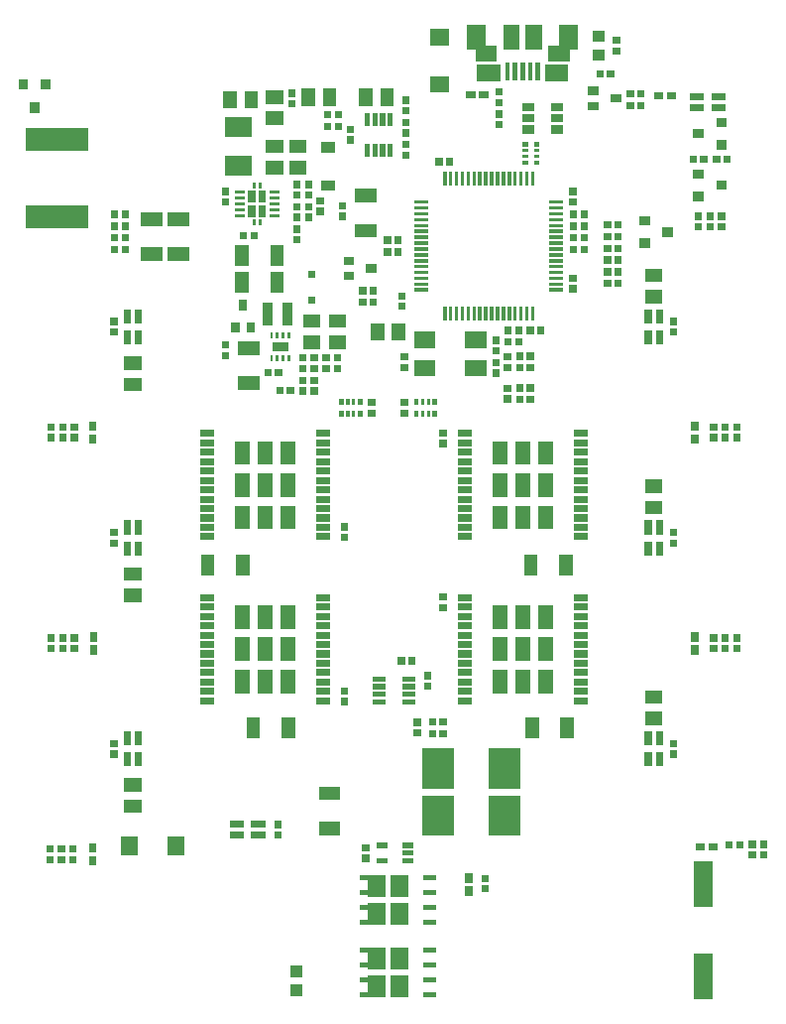
<source format=gbr>
G04 start of page 14 for group -4015 idx -4015 *
G04 Title: (unknown), toppaste *
G04 Creator: pcb 1.99z *
G04 CreationDate: Tue 11 Feb 2014 00:02:27 GMT UTC *
G04 For: rbarlow *
G04 Format: Gerber/RS-274X *
G04 PCB-Dimensions (mm): 85.00 105.00 *
G04 PCB-Coordinate-Origin: lower left *
%MOMM*%
%FSLAX43Y43*%
%LNTOPPASTE*%
%ADD228R,0.850X0.850*%
%ADD227R,0.650X0.650*%
%ADD226R,0.250X0.250*%
%ADD225R,1.650X1.650*%
%ADD224R,0.910X0.910*%
%ADD223R,1.500X1.500*%
%ADD222R,0.450X0.450*%
%ADD221R,1.460X1.460*%
%ADD220R,1.350X1.350*%
%ADD219R,1.625X1.625*%
%ADD218R,1.375X1.375*%
%ADD217R,1.300X1.300*%
%ADD216R,0.300X0.300*%
%ADD215R,0.400X0.400*%
%ADD214R,0.700X0.700*%
%ADD213R,2.000X2.000*%
%ADD212R,1.400X1.400*%
%ADD211R,0.950X0.950*%
%ADD210R,1.600X1.600*%
%ADD209R,2.700X2.700*%
%ADD208R,0.800X0.800*%
%ADD207R,1.150X1.150*%
%ADD206R,0.600X0.600*%
%ADD205R,0.620X0.620*%
G54D205*X58749Y75600D02*X58751D01*
X57849D02*X57851D01*
G54D206*X50050Y88800D02*X50250D01*
X48950D02*X49150D01*
G54D205*X43500Y88351D02*Y88349D01*
Y87451D02*Y87449D01*
X66400Y33451D02*Y33449D01*
Y32551D02*Y32549D01*
G54D207*X26600Y49025D02*Y48375D01*
X29600Y49025D02*Y48375D01*
G54D205*X38300Y51951D02*Y51949D01*
Y51051D02*Y51049D01*
G54D207*X57200Y49025D02*Y48375D01*
X54200Y49025D02*Y48375D01*
G54D205*X32600Y25651D02*Y25649D01*
Y26551D02*Y26549D01*
G54D207*X36675Y26200D02*X37325D01*
X36675Y29200D02*X37325D01*
G54D206*X48900Y22050D02*Y21850D01*
Y20950D02*Y20750D01*
G54D205*X43149Y40500D02*X43151D01*
X44049D02*X44051D01*
X50300Y21051D02*Y21049D01*
Y21951D02*Y21949D01*
G54D208*X12750Y89750D02*Y89650D01*
X10850Y89750D02*Y89650D01*
X11800Y87750D02*Y87650D01*
G54D209*X46275Y27675D02*Y26925D01*
X51925Y27675D02*Y26925D01*
X46275Y31675D02*Y30925D01*
X51925Y31675D02*Y30925D01*
G54D210*X68900Y22600D02*Y20300D01*
Y14700D02*Y12400D01*
G54D211*X34175Y14000D02*X34225D01*
X34175Y12400D02*X34225D01*
G54D212*X23900Y24820D02*Y24580D01*
X19900Y24820D02*Y24580D01*
G54D205*X66400Y69451D02*Y69449D01*
Y68551D02*Y68549D01*
G54D207*X64550Y71600D02*X64850D01*
X64550Y73400D02*X64850D01*
G54D205*X66400Y51451D02*Y51449D01*
Y50551D02*Y50549D01*
X18600Y32551D02*Y32549D01*
Y33451D02*Y33449D01*
G54D213*X12050Y85000D02*X15350D01*
X12050Y78400D02*X15350D01*
G54D207*X21475Y78200D02*X22125D01*
X21475Y75200D02*X22125D01*
G54D205*X38100Y78451D02*Y78449D01*
Y79351D02*Y79349D01*
G54D212*X46280Y89700D02*X46520D01*
X46280Y93700D02*X46520D01*
G54D205*X51500Y88151D02*Y88149D01*
Y89051D02*Y89049D01*
G54D214*X56250Y85850D02*X56550D01*
X56250Y86800D02*X56550D01*
X56250Y87750D02*X56550D01*
X53850D02*X54150D01*
X53850Y86800D02*X54150D01*
X53850Y85850D02*X54150D01*
G54D215*X53650Y84600D02*X53750D01*
G54D216*X53600Y84050D02*X53800D01*
X53600Y83550D02*X53800D01*
G54D215*X53650Y83000D02*X53750D01*
X54650Y84600D02*X54750D01*
G54D216*X54600Y84050D02*X54800D01*
X54600Y83550D02*X54800D01*
G54D215*X54650Y83000D02*X54750D01*
X46000Y62650D02*Y62550D01*
G54D216*X45450Y62700D02*Y62500D01*
X44950Y62700D02*Y62500D01*
G54D215*X44400Y62650D02*Y62550D01*
X46000Y61650D02*Y61550D01*
G54D216*X45450Y61700D02*Y61500D01*
X44950Y61700D02*Y61500D01*
G54D215*X44400Y61650D02*Y61550D01*
X39600Y62650D02*Y62550D01*
G54D216*X39050Y62700D02*Y62500D01*
X38550Y62700D02*Y62500D01*
G54D215*X38000Y62650D02*Y62550D01*
X39600Y61650D02*Y61550D01*
G54D216*X39050Y61700D02*Y61500D01*
X38550Y61700D02*Y61500D01*
G54D215*X38000Y61650D02*Y61550D01*
G54D206*X16850Y42650D02*Y42450D01*
Y41550D02*Y41350D01*
X16800Y60650D02*Y60450D01*
Y59550D02*Y59350D01*
X68200Y60650D02*Y60450D01*
Y59550D02*Y59350D01*
Y42650D02*Y42450D01*
Y41550D02*Y41350D01*
X16800Y24650D02*Y24450D01*
Y23550D02*Y23350D01*
X69650Y24600D02*X69850D01*
X68550D02*X68750D01*
G54D205*X40600Y61651D02*Y61649D01*
Y62551D02*Y62549D01*
X43400Y61651D02*Y61649D01*
Y62551D02*Y62549D01*
X18600Y50551D02*Y50549D01*
Y51451D02*Y51449D01*
Y68551D02*Y68549D01*
Y69451D02*Y69449D01*
G54D207*X20050Y65900D02*X20350D01*
X20050Y64100D02*X20350D01*
G54D206*X30600Y26575D02*X31200D01*
X28800D02*X29400D01*
X28800Y25625D02*X29400D01*
X30600D02*X31200D01*
G54D205*X43500Y86451D02*Y86449D01*
Y85551D02*Y85549D01*
G54D214*X59450Y89150D02*X59650D01*
X59450Y87850D02*X59650D01*
X61350Y88500D02*X61550D01*
G54D205*X51500Y86251D02*Y86249D01*
Y87151D02*Y87149D01*
G54D206*X19725Y52200D02*Y51600D01*
Y50400D02*Y49800D01*
X20675Y50400D02*Y49800D01*
Y52200D02*Y51600D01*
X19725Y70200D02*Y69600D01*
Y68400D02*Y67800D01*
X20675Y68400D02*Y67800D01*
Y70200D02*Y69600D01*
X64225Y70200D02*Y69600D01*
Y68400D02*Y67800D01*
X65175Y68400D02*Y67800D01*
Y70200D02*Y69600D01*
G54D205*X46700Y59051D02*Y59049D01*
Y59951D02*Y59949D01*
G54D207*X30500Y35125D02*Y34475D01*
X33500Y35125D02*Y34475D01*
G54D205*X38300Y37951D02*Y37949D01*
Y37051D02*Y37049D01*
G54D207*X57300Y35125D02*Y34475D01*
X54300Y35125D02*Y34475D01*
G54D205*X46700Y45051D02*Y45049D01*
Y45951D02*Y45949D01*
G54D206*X48267Y45900D02*X48867D01*
X48267Y45100D02*X48867D01*
X48267Y44300D02*X48867D01*
X48267Y43500D02*X48867D01*
X48267Y42700D02*X48867D01*
X48267Y41900D02*X48867D01*
X48267Y41100D02*X48867D01*
X48267Y40300D02*X48867D01*
X48267Y39500D02*X48867D01*
X48267Y38700D02*X48867D01*
X48267Y37900D02*X48867D01*
X48267Y37100D02*X48867D01*
X58133D02*X58733D01*
X58133Y37900D02*X58733D01*
X58133Y38700D02*X58733D01*
X58133Y39500D02*X58733D01*
X58133Y40300D02*X58733D01*
X58133Y41100D02*X58733D01*
X58133Y41900D02*X58733D01*
X58133Y42700D02*X58733D01*
X58133Y43500D02*X58733D01*
X58133Y44300D02*X58733D01*
X58133Y45100D02*X58733D01*
X58133Y45900D02*X58733D01*
G54D217*X51550Y44600D02*Y43900D01*
Y41850D02*Y41150D01*
Y39100D02*Y38400D01*
X53500Y44600D02*Y43900D01*
Y41850D02*Y41150D01*
Y39100D02*Y38400D01*
X55450Y44600D02*Y43900D01*
Y41850D02*Y41150D01*
Y39100D02*Y38400D01*
G54D206*X36133Y51100D02*X36733D01*
X36133Y51900D02*X36733D01*
X36133Y52700D02*X36733D01*
X36133Y53500D02*X36733D01*
X36133Y54300D02*X36733D01*
X36133Y55100D02*X36733D01*
X36133Y55900D02*X36733D01*
X36133Y56700D02*X36733D01*
X36133Y57500D02*X36733D01*
X36133Y58300D02*X36733D01*
X36133Y59100D02*X36733D01*
X36133Y59900D02*X36733D01*
X26267D02*X26867D01*
X26267Y59100D02*X26867D01*
X26267Y58300D02*X26867D01*
X26267Y57500D02*X26867D01*
X26267Y56700D02*X26867D01*
X26267Y55900D02*X26867D01*
X26267Y55100D02*X26867D01*
X26267Y54300D02*X26867D01*
X26267Y53500D02*X26867D01*
X26267Y52700D02*X26867D01*
X26267Y51900D02*X26867D01*
X26267Y51100D02*X26867D01*
G54D217*X33450Y53100D02*Y52400D01*
Y55850D02*Y55150D01*
Y58600D02*Y57900D01*
X31500Y53100D02*Y52400D01*
Y55850D02*Y55150D01*
Y58600D02*Y57900D01*
X29550Y53100D02*Y52400D01*
Y55850D02*Y55150D01*
Y58600D02*Y57900D01*
G54D206*X48267Y59900D02*X48867D01*
X48267Y59100D02*X48867D01*
X48267Y58300D02*X48867D01*
X48267Y57500D02*X48867D01*
X48267Y56700D02*X48867D01*
X48267Y55900D02*X48867D01*
X48267Y55100D02*X48867D01*
X48267Y54300D02*X48867D01*
X48267Y53500D02*X48867D01*
X48267Y52700D02*X48867D01*
X48267Y51900D02*X48867D01*
X48267Y51100D02*X48867D01*
X58133D02*X58733D01*
X58133Y51900D02*X58733D01*
X58133Y52700D02*X58733D01*
X58133Y53500D02*X58733D01*
X58133Y54300D02*X58733D01*
X58133Y55100D02*X58733D01*
X58133Y55900D02*X58733D01*
X58133Y56700D02*X58733D01*
X58133Y57500D02*X58733D01*
X58133Y58300D02*X58733D01*
X58133Y59100D02*X58733D01*
X58133Y59900D02*X58733D01*
G54D217*X51550Y58600D02*Y57900D01*
Y55850D02*Y55150D01*
Y53100D02*Y52400D01*
X53500Y58600D02*Y57900D01*
Y55850D02*Y55150D01*
Y53100D02*Y52400D01*
X55450Y58600D02*Y57900D01*
Y55850D02*Y55150D01*
Y53100D02*Y52400D01*
G54D206*X36133Y37100D02*X36733D01*
X36133Y37900D02*X36733D01*
X36133Y38700D02*X36733D01*
X36133Y39500D02*X36733D01*
X36133Y40300D02*X36733D01*
X36133Y41100D02*X36733D01*
X36133Y41900D02*X36733D01*
X36133Y42700D02*X36733D01*
X36133Y43500D02*X36733D01*
X36133Y44300D02*X36733D01*
X36133Y45100D02*X36733D01*
X36133Y45900D02*X36733D01*
X26267D02*X26867D01*
X26267Y45100D02*X26867D01*
X26267Y44300D02*X26867D01*
X26267Y43500D02*X26867D01*
X26267Y42700D02*X26867D01*
X26267Y41900D02*X26867D01*
X26267Y41100D02*X26867D01*
X26267Y40300D02*X26867D01*
X26267Y39500D02*X26867D01*
X26267Y38700D02*X26867D01*
X26267Y37900D02*X26867D01*
X26267Y37100D02*X26867D01*
G54D217*X33450Y39100D02*Y38400D01*
Y41850D02*Y41150D01*
Y44600D02*Y43900D01*
X31500Y39100D02*Y38400D01*
Y41850D02*Y41150D01*
Y44600D02*Y43900D01*
X29550Y39100D02*Y38400D01*
Y41850D02*Y41150D01*
Y44600D02*Y43900D01*
G54D218*X54437Y94113D02*Y93387D01*
X52563Y94113D02*Y93387D01*
G54D219*X57437Y93988D02*Y93513D01*
X49563Y93988D02*Y93513D01*
G54D220*X56387Y92325D02*X56862D01*
X50138D02*X50613D01*
G54D221*X56130Y90670D02*X56670D01*
X50330D02*X50870D01*
G54D215*X52200Y91400D02*Y90200D01*
X52850Y91400D02*Y90200D01*
X53500Y91400D02*Y90200D01*
X54150Y91400D02*Y90200D01*
X54800Y91400D02*Y90200D01*
G54D207*X64550Y35600D02*X64850D01*
X64550Y37400D02*X64850D01*
X64550Y53600D02*X64850D01*
X64550Y55400D02*X64850D01*
G54D206*X64225Y52200D02*Y51600D01*
Y50400D02*Y49800D01*
X65175Y50400D02*Y49800D01*
Y52200D02*Y51600D01*
X64225Y34200D02*Y33600D01*
Y32400D02*Y31800D01*
X65175Y32400D02*Y31800D01*
Y34200D02*Y33600D01*
G54D207*X20050Y29900D02*X20350D01*
X20050Y28100D02*X20350D01*
G54D206*X19725Y34200D02*Y33600D01*
Y32400D02*Y31800D01*
X20675Y32400D02*Y31800D01*
Y34200D02*Y33600D01*
G54D207*X20050Y47900D02*X20350D01*
X20050Y46100D02*X20350D01*
G54D222*X45230Y11995D02*X45860D01*
X45230Y13265D02*X45860D01*
X45230Y14535D02*X45860D01*
X45230Y15805D02*X45860D01*
X39805D02*X40355D01*
X39805Y14535D02*X40355D01*
X39805Y13265D02*X40355D01*
X39805Y11995D02*X40355D01*
G54D223*X42995Y12900D02*Y12530D01*
Y15270D02*Y14900D01*
X40995Y12900D02*Y12530D01*
Y15270D02*Y14900D01*
G54D222*X45230Y18195D02*X45860D01*
X45230Y19465D02*X45860D01*
X45230Y20735D02*X45860D01*
X45230Y22005D02*X45860D01*
X39805D02*X40355D01*
X39805Y20735D02*X40355D01*
X39805Y19465D02*X40355D01*
X39805Y18195D02*X40355D01*
G54D223*X42995Y19100D02*Y18730D01*
Y21470D02*Y21100D01*
X40995Y19100D02*Y18730D01*
Y21470D02*Y21100D01*
G54D207*X32150Y86800D02*X32450D01*
X32150Y88600D02*X32450D01*
G54D205*X33800Y88951D02*Y88949D01*
Y88051D02*Y88049D01*
G54D207*X41900Y88750D02*Y88450D01*
X40100Y88750D02*Y88450D01*
X28500Y88550D02*Y88250D01*
X30300Y88550D02*Y88250D01*
G54D205*X43500Y83651D02*Y83649D01*
Y84551D02*Y84549D01*
X38800Y85851D02*Y85849D01*
Y84951D02*Y84949D01*
X37749Y87100D02*X37751D01*
X36849D02*X36851D01*
X37749Y86100D02*X37751D01*
X36849D02*X36851D01*
G54D222*X40225Y84425D02*Y83775D01*
X40875Y84425D02*Y83775D01*
X41525Y84425D02*Y83775D01*
X42175Y84425D02*Y83775D01*
X40225Y87025D02*Y86375D01*
X40875Y87025D02*Y86375D01*
X41525Y87025D02*Y86375D01*
X42175Y87025D02*Y86375D01*
G54D207*X37000Y88750D02*Y88450D01*
X35200Y88750D02*Y88450D01*
G54D224*X36745Y84335D02*X37055D01*
X36745Y81065D02*X37055D01*
G54D225*X28875Y82750D02*X29525D01*
X28875Y86050D02*X29525D01*
G54D205*X36200Y79751D02*Y79749D01*
Y78851D02*Y78849D01*
X35200Y81151D02*Y81149D01*
Y80251D02*Y80249D01*
Y79251D02*Y79249D01*
Y78351D02*Y78349D01*
G54D207*X32150Y82600D02*X32450D01*
X32150Y84400D02*X32450D01*
X32500Y75425D02*Y74775D01*
X29500Y75425D02*Y74775D01*
G54D205*X34200Y78351D02*Y78349D01*
Y79251D02*Y79249D01*
X28100Y79651D02*Y79649D01*
Y80551D02*Y80549D01*
X34200Y81151D02*Y81149D01*
Y80251D02*Y80249D01*
G54D207*X34150Y82600D02*X34450D01*
X34150Y84400D02*X34450D01*
G54D205*X30549Y76800D02*X30551D01*
X29649D02*X29651D01*
G54D226*X31975Y78500D02*X32575D01*
X31975Y79000D02*X32575D01*
X31975Y79500D02*X32575D01*
X31975Y80000D02*X32575D01*
X31975Y80500D02*X32575D01*
X29025Y78500D02*X29625D01*
X29025Y79000D02*X29625D01*
X29025Y79500D02*X29625D01*
X29025Y80000D02*X29625D01*
X29025Y80500D02*X29625D01*
G54D227*X31250Y79050D02*Y78700D01*
X30350Y79050D02*Y78700D01*
X31250Y80300D02*Y79950D01*
X30350Y80300D02*Y79950D01*
G54D226*X31050Y78025D02*Y77775D01*
X30550Y78025D02*Y77775D01*
X31050Y81225D02*Y80975D01*
X30550Y81225D02*Y80975D01*
G54D205*X34200Y77351D02*Y77349D01*
Y76451D02*Y76449D01*
G54D207*X32500Y73125D02*Y72475D01*
X29500Y73125D02*Y72475D01*
G54D222*X43475Y37000D02*X44125D01*
X43475Y37650D02*X44125D01*
X43475Y38300D02*X44125D01*
X43475Y38950D02*X44125D01*
X40875Y37000D02*X41525D01*
X40875Y37650D02*X41525D01*
X40875Y38300D02*X41525D01*
X40875Y38950D02*X41525D01*
G54D205*X45400Y38351D02*Y38349D01*
Y39251D02*Y39249D01*
X44500Y34351D02*Y34349D01*
Y35251D02*Y35249D01*
X45799Y34300D02*X45801D01*
X46699D02*X46701D01*
X45799Y35300D02*X45801D01*
X46699D02*X46701D01*
G54D228*X31725Y70675D02*Y69525D01*
X33375Y70675D02*Y69525D01*
G54D205*X37700Y65451D02*Y65449D01*
Y66351D02*Y66349D01*
X35700Y66351D02*Y66349D01*
Y65451D02*Y65449D01*
X36700Y65451D02*Y65449D01*
Y66351D02*Y66349D01*
G54D207*X35350Y67700D02*X35650D01*
X35350Y69500D02*X35650D01*
X29775Y67200D02*X30425D01*
X29775Y64200D02*X30425D01*
X37550Y67700D02*X37850D01*
X37550Y69500D02*X37850D01*
G54D205*X31749Y65100D02*X31751D01*
X32649D02*X32651D01*
G54D206*X35500Y71301D02*Y71299D01*
Y73501D02*Y73499D01*
G54D226*X32050Y66475D02*Y66225D01*
X32550Y66475D02*Y66225D01*
X33050Y66475D02*Y66225D01*
X33550Y66475D02*Y66225D01*
X32050Y68375D02*Y68125D01*
X32550Y68375D02*Y68125D01*
X33050Y68375D02*Y68125D01*
X33550Y68375D02*Y68125D01*
G54D214*X32500Y67300D02*X33100D01*
G54D205*X61500Y92551D02*Y92549D01*
Y93451D02*Y93449D01*
G54D211*X59975Y92200D02*X60025D01*
X59975Y93800D02*X60025D01*
G54D205*X40100Y23651D02*Y23649D01*
Y24551D02*Y24549D01*
G54D222*X43450Y23450D02*X43950D01*
X43450Y24100D02*X43950D01*
X43450Y24750D02*X43950D01*
X41250Y23450D02*X41750D01*
X41250Y24750D02*X41750D01*
G54D205*X47249Y83100D02*X47251D01*
X46349D02*X46351D01*
X72049Y24800D02*X72051D01*
X71149D02*X71151D01*
X74100Y23951D02*Y23949D01*
Y24851D02*Y24849D01*
X73100Y23951D02*Y23949D01*
Y24851D02*Y24849D01*
X13100Y24451D02*Y24449D01*
Y23551D02*Y23549D01*
X14100Y24451D02*Y24449D01*
Y23551D02*Y23549D01*
X15100Y23551D02*Y23549D01*
Y24451D02*Y24449D01*
X71800Y60451D02*Y60449D01*
Y59551D02*Y59549D01*
X70800Y60451D02*Y60449D01*
Y59551D02*Y59549D01*
X69800Y59551D02*Y59549D01*
Y60451D02*Y60449D01*
X13200Y42451D02*Y42449D01*
Y41551D02*Y41549D01*
X14200Y42451D02*Y42449D01*
Y41551D02*Y41549D01*
X15200Y41551D02*Y41549D01*
Y42451D02*Y42449D01*
X13200Y60451D02*Y60449D01*
Y59551D02*Y59549D01*
X14200Y60451D02*Y60449D01*
Y59551D02*Y59549D01*
X15200Y59551D02*Y59549D01*
Y60451D02*Y60449D01*
G54D207*X23775Y78200D02*X24425D01*
X23775Y75200D02*X24425D01*
G54D205*X71800Y42451D02*Y42449D01*
Y41551D02*Y41549D01*
X70800Y42451D02*Y42449D01*
Y41551D02*Y41549D01*
X69800Y41551D02*Y41549D01*
Y42451D02*Y42449D01*
X58749Y78600D02*X58751D01*
X57849D02*X57851D01*
X58749Y77600D02*X58751D01*
X57849D02*X57851D01*
X58749Y76600D02*X58751D01*
X57849D02*X57851D01*
X60749Y73700D02*X60751D01*
X61649D02*X61651D01*
X70049Y83300D02*X70051D01*
X70949D02*X70951D01*
X68049D02*X68051D01*
X68949D02*X68951D01*
X43400Y66451D02*Y66449D01*
Y65551D02*Y65549D01*
X51200Y65051D02*Y65049D01*
Y65951D02*Y65949D01*
G54D212*X49300Y67900D02*X49700D01*
X44900D02*X45300D01*
X44900Y65500D02*X45300D01*
X49300D02*X49700D01*
G54D207*X41100Y68750D02*Y68450D01*
X42900Y68750D02*Y68450D01*
G54D216*X46850Y70600D02*Y69700D01*
X47350Y70600D02*Y69700D01*
X47850Y70600D02*Y69700D01*
X48350Y70600D02*Y69700D01*
X48850Y70600D02*Y69700D01*
X49350Y70600D02*Y69700D01*
X49850Y70600D02*Y69700D01*
X50350Y70600D02*Y69700D01*
X50850Y70600D02*Y69700D01*
X51350Y70600D02*Y69700D01*
X51850Y70600D02*Y69700D01*
X52350Y70600D02*Y69700D01*
X52850Y70600D02*Y69700D01*
X53350Y70600D02*Y69700D01*
X53850Y70600D02*Y69700D01*
X54350Y70600D02*Y69700D01*
X55900Y72150D02*X56800D01*
X55900Y72650D02*X56800D01*
X55900Y73150D02*X56800D01*
X55900Y73650D02*X56800D01*
X55900Y74150D02*X56800D01*
X55900Y74650D02*X56800D01*
X55900Y75150D02*X56800D01*
X55900Y75650D02*X56800D01*
X55900Y76150D02*X56800D01*
X55900Y76650D02*X56800D01*
X55900Y77150D02*X56800D01*
X55900Y77650D02*X56800D01*
X55900Y78150D02*X56800D01*
X55900Y78650D02*X56800D01*
X55900Y79150D02*X56800D01*
X55900Y79650D02*X56800D01*
X54350Y82100D02*Y81200D01*
X53850Y82100D02*Y81200D01*
X53350Y82100D02*Y81200D01*
X52850Y82100D02*Y81200D01*
X52350Y82100D02*Y81200D01*
X51850Y82100D02*Y81200D01*
X51350Y82100D02*Y81200D01*
X50850Y82100D02*Y81200D01*
X50350Y82100D02*Y81200D01*
X49850Y82100D02*Y81200D01*
X49350Y82100D02*Y81200D01*
X48850Y82100D02*Y81200D01*
X48350Y82100D02*Y81200D01*
X47850Y82100D02*Y81200D01*
X47350Y82100D02*Y81200D01*
X46850Y82100D02*Y81200D01*
X44400Y79650D02*X45300D01*
X44400Y79150D02*X45300D01*
X44400Y78650D02*X45300D01*
X44400Y78150D02*X45300D01*
X44400Y77650D02*X45300D01*
X44400Y77150D02*X45300D01*
X44400Y76650D02*X45300D01*
X44400Y76150D02*X45300D01*
X44400Y75650D02*X45300D01*
X44400Y75150D02*X45300D01*
X44400Y74650D02*X45300D01*
X44400Y74150D02*X45300D01*
X44400Y73650D02*X45300D01*
X44400Y73150D02*X45300D01*
X44400Y72650D02*X45300D01*
X44400Y72150D02*X45300D01*
G54D205*X55049Y68700D02*X55051D01*
X54149D02*X54151D01*
X52249Y67700D02*X52251D01*
X53149D02*X53151D01*
X52249Y68700D02*X52251D01*
X53149D02*X53151D01*
X43200Y71651D02*Y71649D01*
Y70751D02*Y70749D01*
X57800Y72251D02*Y72249D01*
Y73151D02*Y73149D01*
Y79651D02*Y79649D01*
Y80551D02*Y80549D01*
X42849Y75400D02*X42851D01*
X41949D02*X41951D01*
X42849Y76400D02*X42851D01*
X41949D02*X41951D01*
X53249Y62800D02*X53251D01*
X54149D02*X54151D01*
X54149Y63800D02*X54151D01*
X53249D02*X53251D01*
X52200Y62851D02*Y62849D01*
Y63751D02*Y63749D01*
X53249Y66500D02*X53251D01*
X54149D02*X54151D01*
X54149Y65500D02*X54151D01*
X53249D02*X53251D01*
X52200Y66451D02*Y66449D01*
Y65551D02*Y65549D01*
X39849Y71100D02*X39851D01*
X40749D02*X40751D01*
G54D207*X39775Y77200D02*X40425D01*
X39775Y80200D02*X40425D01*
G54D205*X39849Y72100D02*X39851D01*
X40749D02*X40751D01*
G54D214*X38550Y74650D02*X38750D01*
X38550Y73350D02*X38750D01*
X40450Y74000D02*X40650D01*
G54D205*X61649Y72700D02*X61651D01*
X60749D02*X60751D01*
X35700Y64451D02*Y64449D01*
Y63551D02*Y63549D01*
X34700Y66351D02*Y66349D01*
Y65451D02*Y65449D01*
Y64451D02*Y64449D01*
Y63551D02*Y63549D01*
X33649Y63600D02*X33651D01*
X32749D02*X32751D01*
X19549Y78600D02*X19551D01*
X18649D02*X18651D01*
X18649Y76600D02*X18651D01*
X19549D02*X19551D01*
X18649Y75600D02*X18651D01*
X19549D02*X19551D01*
X18649Y77600D02*X18651D01*
X19549D02*X19551D01*
X28100Y67451D02*Y67449D01*
Y66551D02*Y66549D01*
G54D214*X28950Y69050D02*Y68850D01*
X30250Y69050D02*Y68850D01*
X29600Y70950D02*Y70750D01*
G54D206*X69900Y88675D02*X70500D01*
X68100D02*X68700D01*
X68100Y87725D02*X68700D01*
X69900D02*X70500D01*
X66100Y88750D02*X66300D01*
X65000D02*X65200D01*
G54D208*X63850Y78050D02*X63950D01*
X63850Y76150D02*X63950D01*
X65850Y77100D02*X65950D01*
X70450Y84550D02*X70550D01*
X70450Y86450D02*X70550D01*
X68450Y85500D02*X68550D01*
X68450Y82050D02*X68550D01*
X68450Y80150D02*X68550D01*
X70450Y81100D02*X70550D01*
G54D205*X60099Y90600D02*X60101D01*
X60999D02*X61001D01*
X68500Y77551D02*Y77549D01*
Y78451D02*Y78449D01*
X69500Y77551D02*Y77549D01*
Y78451D02*Y78449D01*
X70500Y77551D02*Y77549D01*
Y78451D02*Y78449D01*
X62699Y88900D02*X62701D01*
X63599D02*X63601D01*
X62699Y87900D02*X62701D01*
X63599D02*X63601D01*
X61649Y75700D02*X61651D01*
X60749D02*X60751D01*
X61649Y76700D02*X61651D01*
X60749D02*X60751D01*
X61649Y77700D02*X61651D01*
X60749D02*X60751D01*
X61649Y74700D02*X61651D01*
X60749D02*X60751D01*
X51200Y66951D02*Y66949D01*
Y67851D02*Y67849D01*
M02*

</source>
